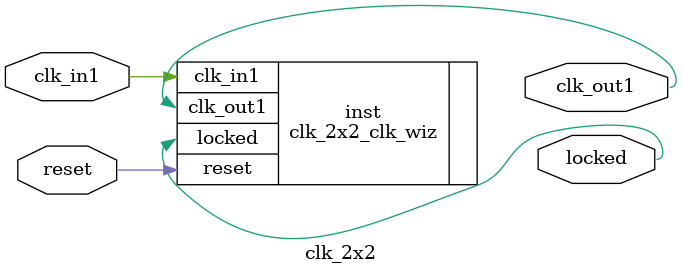
<source format=v>


`timescale 1ps/1ps

(* CORE_GENERATION_INFO = "clk_2x2,clk_wiz_v6_0_14_0_0,{component_name=clk_2x2,use_phase_alignment=true,use_min_o_jitter=false,use_max_i_jitter=false,use_dyn_phase_shift=false,use_inclk_switchover=false,use_dyn_reconfig=false,enable_axi=0,feedback_source=FDBK_AUTO,PRIMITIVE=PLL,num_out_clk=1,clkin1_period=10.000,clkin2_period=10.000,use_power_down=false,use_reset=true,use_locked=true,use_inclk_stopped=false,feedback_type=SINGLE,CLOCK_MGR_TYPE=NA,manual_override=false}" *)

module clk_2x2 
 (
  // Clock out ports
  output        clk_out1,
  // Status and control signals
  input         reset,
  output        locked,
 // Clock in ports
  input         clk_in1
 );

  clk_2x2_clk_wiz inst
  (
  // Clock out ports  
  .clk_out1(clk_out1),
  // Status and control signals               
  .reset(reset), 
  .locked(locked),
 // Clock in ports
  .clk_in1(clk_in1)
  );

endmodule

</source>
